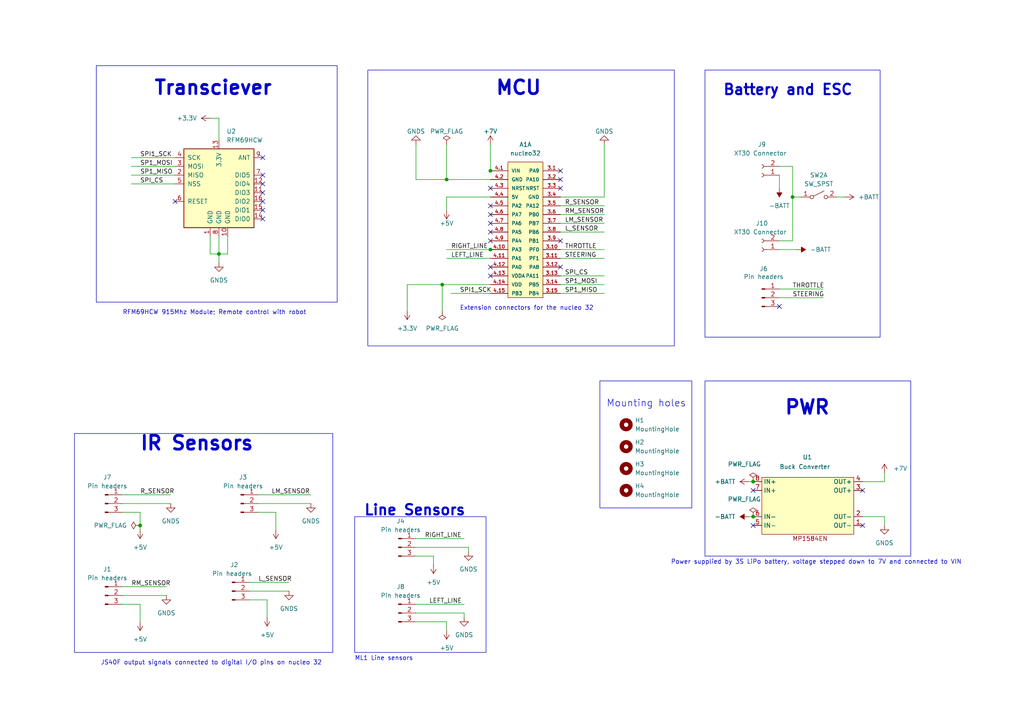
<source format=kicad_sch>
(kicad_sch (version 20231120) (generator "eeschema") (generator_version "8.0")
  (paper "A4")
  (title_block (title "Sumo Robot Controller ") (date "2024-06-06") (rev "2"))
  (lib_symbols
    (symbol "0_sumo_power:+5V" (power) (pin_names (offset 0))
      (property "Value" "+5V" (at 0 3.556 0))
      (symbol "+5V_0_1"
        (polyline (pts (xy -0.762 1.27) (xy 0 2.54)))
        (polyline (pts (xy 0 0) (xy 0 2.54)))
        (polyline (pts (xy 0 2.54) (xy 0.762 1.27)))
      )
      (symbol "+5V_1_1"
        (pin power_in line (at 0 0 90) (length 0) hide (name "+5V") (number "1"))
      )
    )
    (symbol "0_sumo_power:+7V" (power) (pin_names (offset 0))
      (property "Value" "+7V" (at 0 3.556 0))
      (symbol "+7V_0_1"
        (polyline (pts (xy -0.762 1.27) (xy 0 2.54)))
        (polyline (pts (xy 0 0) (xy 0 2.54)))
        (polyline (pts (xy 0 2.54) (xy 0.762 1.27)))
      )
      (symbol "+7V_1_1"
        (pin power_in line (at 0 0 90) (length 0) hide (name "+6V") (number "1"))
      )
    )
    (symbol "0_sumo_power:GNDS" (power) (pin_names (offset 0))
      (property "Value" "GNDS" (at 0 -3.81 0))
      (symbol "GNDS_0_1"
        (polyline (pts (xy 0 0) (xy 0 -1.27) (xy 1.27 -1.27) (xy 0 -2.54) (xy -1.27 -1.27) (xy 0 -1.27)))
      )
      (symbol "GNDS_1_1"
        (pin power_in line (at 0 0 270) (length 0) hide (name "GNDS") (number "1"))
      )
    )
    (symbol "0_sumo_power:PWR_FLAG" (power) (pin_numbers hide) (pin_names (offset 0) hide)
      (property "Value" "PWR_FLAG" (at 0 3.81 0))
      (symbol "PWR_FLAG_0_0"
        (pin power_out line (at 0 0 90) (length 0) (name "pwr") (number "1"))
      )
      (symbol "PWR_FLAG_0_1"
        (polyline (pts (xy 0 0) (xy 0 1.27) (xy -1.016 1.905) (xy 0 2.54) (xy 1.016 1.905) (xy 0 1.27)))
      )
    )
    (symbol "Connector:Conn_01x02_Socket" (pin_names (offset 1.016) hide)
      (property "Reference" "J" (at 0 2.54 0))
      (property "Value" "Conn_01x02_Socket" (at 0 -5.08 0))
      (symbol "Conn_01x02_Socket_1_1"
        (arc (start 0 -2.032) (mid -0.5058 -2.54) (end 0 -3.048) (stroke (width 0.1524)))
        (polyline (pts (xy -1.27 -2.54) (xy -0.508 -2.54)) (stroke (width 0.1524)))
        (polyline (pts (xy -1.27 0) (xy -0.508 0)) (stroke (width 0.1524)))
        (arc (start 0 0.508) (mid -0.5058 0) (end 0 -0.508) (stroke (width 0.1524)))
        (pin passive line (at -5.08 0 0) (length 3.81) (name "Pin_1") (number "1"))
        (pin passive line (at -5.08 -2.54 0) (length 3.81) (name "Pin_2") (number "2"))
      )
    )
    (symbol "Connector:Conn_01x03_Pin" (pin_names (offset 1.016) hide)
      (property "Reference" "J" (at 0 5.08 0))
      (property "Value" "Conn_01x03_Pin" (at 0 -5.08 0))
      (symbol "Conn_01x03_Pin_1_1"
        (polyline (pts (xy 1.27 -2.54) (xy 0.8636 -2.54)) (stroke (width 0.1524)))
        (polyline (pts (xy 1.27 0) (xy 0.8636 0)) (stroke (width 0.1524)))
        (polyline (pts (xy 1.27 2.54) (xy 0.8636 2.54)) (stroke (width 0.1524)))
        (rectangle (start 0.8636 -2.413) (end 0 -2.667) (stroke (width 0.1524)) (fill (type outline)))
        (rectangle (start 0.8636 0.127) (end 0 -0.127) (stroke (width 0.1524)) (fill (type outline)))
        (rectangle (start 0.8636 2.667) (end 0 2.413) (stroke (width 0.1524)) (fill (type outline)))
        (pin passive line (at 5.08 2.54 180) (length 3.81) (name "Pin_1") (number "1"))
        (pin passive line (at 5.08 0 180) (length 3.81) (name "Pin_2") (number "2"))
        (pin passive line (at 5.08 -2.54 180) (length 3.81) (name "Pin_3") (number "3"))
      )
    )
    (symbol "Mechanical:MountingHole" (pin_names (offset 1.016)) (exclude_from_sim yes) (in_bom no)
      (property "Reference" "H" (at 0 5.08 0))
      (property "Value" "MountingHole" (at 0 3.175 0))
      (symbol "MountingHole_0_1"
        (circle (center 0 0) (radius 1.27) (stroke (width 1.27)))
      )
    )
    (symbol "NUCLEO-F031K6:nucleo32" (pin_names (offset 1.016))
      (property "Reference" "A" (at -0.635 17.145 0))
      (property "Value" "nucleo32" (at -5.715 -22.86 0))
      (symbol "nucleo32_1_0"
        (rectangle (start -5.08 19.05) (end 5.08 -20.32) (stroke (width 0.1524)) (fill (type background)))
        (pin bidirectional line (at 10.16 16.51 180) (length 5.08) (name "PA9") (number "3.1"))
        (pin bidirectional line (at 10.16 -6.35 180) (length 5.08) (name "PF0") (number "3.10"))
        (pin bidirectional line (at 10.16 -8.89 180) (length 5.08) (name "PF1") (number "3.11"))
        (pin bidirectional line (at 10.16 -11.43 180) (length 5.08) (name "PA8") (number "3.12"))
        (pin bidirectional line (at 10.16 -13.97 180) (length 5.08) (name "PA11") (number "3.13"))
        (pin bidirectional line (at 10.16 -16.51 180) (length 5.08) (name "PB5") (number "3.14"))
        (pin bidirectional line (at 10.16 -19.05 180) (length 5.08) (name "PB4") (number "3.15"))
        (pin bidirectional line (at 10.16 13.97 180) (length 5.08) (name "PA10") (number "3.2"))
        (pin bidirectional line (at 10.16 11.43 180) (length 5.08) (name "NRST") (number "3.3"))
        (pin bidirectional line (at 10.16 8.89 180) (length 5.08) (name "GND") (number "3.4"))
        (pin bidirectional line (at 10.16 6.35 180) (length 5.08) (name "PA12") (number "3.5"))
        (pin bidirectional line (at 10.16 3.81 180) (length 5.08) (name "PB0") (number "3.6"))
        (pin bidirectional line (at 10.16 1.27 180) (length 5.08) (name "PB7") (number "3.7"))
        (pin bidirectional line (at 10.16 -1.27 180) (length 5.08) (name "PB6") (number "3.8"))
        (pin bidirectional line (at 10.16 -3.81 180) (length 5.08) (name "PB1") (number "3.9"))
      )
      (symbol "nucleo32_1_1"
        (pin input line (at -10.16 16.51 0) (length 5.08) (name "VIN") (number "4.1"))
        (pin bidirectional line (at -10.16 -6.35 0) (length 5.08) (name "PA3") (number "4.10"))
        (pin bidirectional line (at -10.16 -8.89 0) (length 5.08) (name "PA1") (number "4.11"))
        (pin bidirectional line (at -10.16 -11.43 0) (length 5.08) (name "PA0") (number "4.12"))
        (pin bidirectional line (at -10.16 -13.97 0) (length 5.08) (name "VDDA") (number "4.13"))
        (pin bidirectional line (at -10.16 -16.51 0) (length 5.08) (name "VDD") (number "4.14"))
        (pin bidirectional line (at -10.16 -19.05 0) (length 5.08) (name "PB3") (number "4.15"))
        (pin input line (at -10.16 13.97 0) (length 5.08) (name "GND") (number "4.2"))
        (pin bidirectional line (at -10.16 11.43 0) (length 5.08) (name "NRST") (number "4.3"))
        (pin bidirectional line (at -10.16 8.89 0) (length 5.08) (name "5V") (number "4.4"))
        (pin bidirectional line (at -10.16 6.35 0) (length 5.08) (name "PA2") (number "4.5"))
        (pin bidirectional line (at -10.16 3.81 0) (length 5.08) (name "PA7") (number "4.6"))
        (pin bidirectional line (at -10.16 1.27 0) (length 5.08) (name "PA6") (number "4.7"))
        (pin bidirectional line (at -10.16 -1.27 0) (length 5.08) (name "PA5") (number "4.8"))
        (pin bidirectional line (at -10.16 -3.81 0) (length 5.08) (name "PA4") (number "4.9"))
      )
      (symbol "nucleo32_2_0"
        (rectangle (start -5.08 -20.32) (end 5.08 20.32) (stroke (width 0.1524)) (fill (type background)))
        (pin bidirectional line (at 10.16 17.78 180) (length 5.08) (name "VIN") (number "4.1"))
        (pin bidirectional line (at 10.16 -5.08 180) (length 5.08) (name "PA3") (number "4.10"))
        (pin bidirectional line (at 10.16 -7.62 180) (length 5.08) (name "PA1") (number "4.11"))
        (pin bidirectional line (at 10.16 -10.16 180) (length 5.08) (name "PA0") (number "4.12"))
        (pin bidirectional line (at 10.16 -12.7 180) (length 5.08) (name "AREF") (number "4.13"))
        (pin bidirectional line (at 10.16 -15.24 180) (length 5.08) (name "+3V3") (number "4.14"))
        (pin bidirectional line (at 10.16 -17.78 180) (length 5.08) (name "PB3") (number "4.15"))
        (pin bidirectional line (at 10.16 15.24 180) (length 5.08) (name "GND") (number "4.2"))
        (pin bidirectional line (at 10.16 12.7 180) (length 5.08) (name "NRST") (number "4.3"))
        (pin bidirectional line (at 10.16 10.16 180) (length 5.08) (name "+5V") (number "4.4"))
        (pin bidirectional line (at 10.16 7.62 180) (length 5.08) (name "PA2") (number "4.5"))
        (pin bidirectional line (at 10.16 5.08 180) (length 5.08) (name "PA7") (number "4.6"))
        (pin bidirectional line (at 10.16 2.54 180) (length 5.08) (name "PA6") (number "4.7"))
        (pin bidirectional line (at 10.16 0 180) (length 5.08) (name "PA5") (number "4.8"))
        (pin bidirectional line (at 10.16 -2.54 180) (length 5.08) (name "PA4") (number "4.9"))
      )
    )
    (symbol "RF_Module:RFM69HCW" (pin_names (offset 1.016))
      (property "Reference" "U" (at -10.414 11.684 0))
      (property "Value" "RFM69HCW" (at 1.524 11.43 0))
      (symbol "RFM69HCW_0_1"
        (rectangle (start -10.16 10.16) (end 10.16 -12.7) (stroke (width 0.254)) (fill (type background)))
      )
      (symbol "RFM69HCW_1_1"
        (pin power_in line (at -2.54 -15.24 90) (length 2.54) (name "GND") (number "1"))
        (pin power_in line (at 2.54 -15.24 90) (length 2.54) (name "GND") (number "10"))
        (pin bidirectional line (at 12.7 -2.54 180) (length 2.54) (name "DIO3") (number "11"))
        (pin bidirectional line (at 12.7 0 180) (length 2.54) (name "DIO4") (number "12"))
        (pin power_in line (at 0 12.7 270) (length 2.54) (name "3.3V") (number "13"))
        (pin bidirectional line (at 12.7 -10.16 180) (length 2.54) (name "DIO0") (number "14"))
        (pin bidirectional line (at 12.7 -7.62 180) (length 2.54) (name "DIO1") (number "15"))
        (pin bidirectional line (at 12.7 -5.08 180) (length 2.54) (name "DIO2") (number "16"))
        (pin output line (at -12.7 2.54 0) (length 2.54) (name "MISO") (number "2"))
        (pin input line (at -12.7 5.08 0) (length 2.54) (name "MOSI") (number "3"))
        (pin input line (at -12.7 7.62 0) (length 2.54) (name "SCK") (number "4"))
        (pin input line (at -12.7 0 0) (length 2.54) (name "NSS") (number "5"))
        (pin bidirectional line (at -12.7 -5.08 0) (length 2.54) (name "RESET") (number "6"))
        (pin bidirectional line (at 12.7 2.54 180) (length 2.54) (name "DIO5") (number "7"))
        (pin power_in line (at 0 -15.24 90) (length 2.54) (name "GND") (number "8"))
        (pin bidirectional line (at 12.7 7.62 180) (length 2.54) (name "ANT") (number "9"))
      )
    )
    (symbol "Switch:SW_DPST_x2" (pin_names (offset 0) hide)
      (property "Reference" "SW" (at 0 3.175 0))
      (property "Value" "SW_DPST_x2" (at 0 -2.54 0))
      (symbol "SW_DPST_x2_0_0"
        (circle (center -2.032 0) (radius 0.508))
        (polyline (pts (xy -1.524 0.254) (xy 1.524 1.778)))
        (circle (center 2.032 0) (radius 0.508))
      )
      (symbol "SW_DPST_x2_1_1"
        (pin passive line (at -5.08 0 0) (length 2.54) (name "A") (number "1"))
        (pin passive line (at 5.08 0 180) (length 2.54) (name "B") (number "2"))
      )
      (symbol "SW_DPST_x2_2_1"
        (pin passive line (at -5.08 0 0) (length 2.54) (name "A") (number "3"))
        (pin passive line (at 5.08 0 180) (length 2.54) (name "B") (number "4"))
      )
    )
    (symbol "buck_converter:MP1584EN" (on_board no)
      (property "Reference" "U" (at 0 -1.27 0))
      (symbol "MP1584EN_1_1"
        (rectangle (start -13.97 16.51) (end 12.7 0) (fill (type background)))
        (text "MP1584EN" (at -1.27 17.78 0) (effects (font (size 1.27 1.27))))
        (pin input line (at -16.51 13.97 0) (length 2.54) (name "OUT-") (number "1"))
        (pin input line (at -16.51 11.43 0) (length 2.54) (name "OUT-") (number "2"))
        (pin power_out line (at -16.51 3.81 0) (length 2.54) (name "OUT+") (number "3"))
        (pin power_out line (at -16.51 1.27 0) (length 2.54) (name "OUT+") (number "4"))
        (pin power_in line (at 15.24 13.97 180) (length 2.54) (name "IN-") (number "5"))
        (pin power_in line (at 15.24 11.43 180) (length 2.54) (name "IN-") (number "6"))
        (pin power_in line (at 15.24 3.81 180) (length 2.54) (name "IN+") (number "7"))
        (pin power_in line (at 15.24 1.27 180) (length 2.54) (name "IN+") (number "8"))
      )
    )
    (symbol "power:+3.3V" (power) (pin_names (offset 0))
      (property "Value" "+3.3V" (at 0 3.556 0))
      (symbol "+3.3V_0_1"
        (polyline (pts (xy -0.762 1.27) (xy 0 2.54)))
        (polyline (pts (xy 0 0) (xy 0 2.54)))
        (polyline (pts (xy 0 2.54) (xy 0.762 1.27)))
      )
      (symbol "+3.3V_1_1"
        (pin power_in line (at 0 0 90) (length 0) hide (name "+3.3V") (number "1"))
      )
    )
    (symbol "power:+5V" (power) (pin_names (offset 0))
      (property "Value" "+5V" (at 0 3.556 0))
      (symbol "+5V_0_1"
        (polyline (pts (xy -0.762 1.27) (xy 0 2.54)))
        (polyline (pts (xy 0 0) (xy 0 2.54)))
        (polyline (pts (xy 0 2.54) (xy 0.762 1.27)))
      )
      (symbol "+5V_1_1"
        (pin power_in line (at 0 0 90) (length 0) hide (name "+5V") (number "1"))
      )
    )
    (symbol "power:+BATT" (power) (pin_names (offset 0))
      (property "Value" "+BATT" (at 0 3.556 0))
      (symbol "+BATT_0_1"
        (polyline (pts (xy -0.762 1.27) (xy 0 2.54)))
        (polyline (pts (xy 0 0) (xy 0 2.54)))
        (polyline (pts (xy 0 2.54) (xy 0.762 1.27)))
      )
      (symbol "+BATT_1_1"
        (pin power_in line (at 0 0 90) (length 0) hide (name "+BATT") (number "1"))
      )
    )
    (symbol "power:-BATT" (power) (pin_names (offset 0))
      (property "Value" "-BATT" (at 0 3.556 0))
      (symbol "-BATT_0_1"
        (polyline (pts (xy 0 0) (xy 0 2.54)))
        (polyline (pts (xy 0.762 1.27) (xy -0.762 1.27) (xy 0 2.54) (xy 0.762 1.27)) (fill (type outline)))
      )
      (symbol "-BATT_1_1"
        (pin power_in line (at 0 0 90) (length 0) hide (name "-BATT") (number "1"))
      )
    )
    (symbol "power:GNDS" (power) (pin_names (offset 0))
      (property "Value" "GNDS" (at 0 -3.81 0))
      (symbol "GNDS_0_1"
        (polyline (pts (xy 0 0) (xy 0 -1.27) (xy 1.27 -1.27) (xy 0 -2.54) (xy -1.27 -1.27) (xy 0 -1.27)))
      )
      (symbol "GNDS_1_1"
        (pin power_in line (at 0 0 270) (length 0) hide (name "GNDS") (number "1"))
      )
    )
    (symbol "power:PWR_FLAG" (power) (pin_numbers hide) (pin_names (offset 0) hide)
      (property "Value" "PWR_FLAG" (at 0 3.81 0))
      (symbol "PWR_FLAG_0_0"
        (pin power_out line (at 0 0 90) (length 0) (name "pwr") (number "1"))
      )
      (symbol "PWR_FLAG_0_1"
        (polyline (pts (xy 0 0) (xy 0 1.27) (xy -1.016 1.905) (xy 0 2.54) (xy 1.016 1.905) (xy 0 1.27)))
      )
    )
  )
  (junction (at 218.44 149.86))
  (junction (at 128.27 82.55))
  (junction (at 229.87 57.15))
  (junction (at 40.64 152.4))
  (junction (at 218.44 139.7))
  (junction (at 63.5 73.66))
  (junction (at 129.54 52.07))
  (junction (at 142.24 49.53))
  (junction (at 142.24 72.39))
  (no_connect (at 76.2 45.72))
  (no_connect (at 226.06 88.9))
  (no_connect (at 142.24 64.77))
  (no_connect (at 250.19 142.24))
  (no_connect (at 218.44 152.4))
  (no_connect (at 142.24 62.23))
  (no_connect (at 76.2 55.88))
  (no_connect (at 76.2 50.8))
  (no_connect (at 142.24 67.31))
  (no_connect (at 162.56 49.53))
  (no_connect (at 76.2 58.42))
  (no_connect (at 142.24 69.85))
  (no_connect (at 50.8 58.42))
  (no_connect (at 76.2 63.5))
  (no_connect (at 142.24 54.61))
  (no_connect (at 162.56 54.61))
  (no_connect (at 142.24 77.47))
  (no_connect (at 162.56 77.47))
  (no_connect (at 218.44 142.24))
  (no_connect (at 142.24 59.69))
  (no_connect (at 142.24 80.01))
  (no_connect (at 162.56 69.85))
  (no_connect (at 76.2 53.34))
  (no_connect (at 162.56 52.07))
  (no_connect (at 76.2 60.96))
  (no_connect (at 250.19 152.4))
  (wire (pts (xy 63.5 76.2) (xy 63.5 73.66)))
  (wire (pts (xy 129.54 57.15) (xy 142.24 57.15)))
  (wire (pts (xy 129.54 180.34) (xy 129.54 182.88)))
  (wire (pts (xy 217.17 149.86) (xy 218.44 149.86)))
  (wire (pts (xy 217.17 139.7) (xy 218.44 139.7)))
  (wire (pts (xy 162.56 62.23) (xy 175.26 62.23)))
  (wire (pts (xy 242.57 57.15) (xy 245.11 57.15)))
  (wire (pts (xy 35.56 143.51) (xy 49.53 143.51)))
  (wire (pts (xy 162.56 85.09) (xy 175.26 85.09)))
  (wire (pts (xy 229.87 48.26) (xy 229.87 57.15)))
  (wire (pts (xy 146.05 72.39) (xy 142.24 72.39)))
  (wire (pts (xy 175.26 41.91) (xy 175.26 57.15)))
  (wire (pts (xy 162.56 64.77) (xy 175.26 64.77)))
  (wire (pts (xy 162.56 74.93) (xy 175.26 74.93)))
  (wire (pts (xy 118.11 82.55) (xy 128.27 82.55)))
  (wire (pts (xy 120.65 161.29) (xy 125.73 161.29)))
  (wire (pts (xy 229.87 57.15) (xy 232.41 57.15)))
  (wire (pts (xy 118.11 82.55) (xy 118.11 90.17)))
  (wire (pts (xy 120.65 180.34) (xy 129.54 180.34)))
  (wire (pts (xy 144.78 49.53) (xy 142.24 49.53)))
  (wire (pts (xy 120.65 177.8) (xy 134.62 177.8)))
  (wire (pts (xy 35.56 170.18) (xy 48.26 170.18)))
  (wire (pts (xy 162.56 59.69) (xy 175.26 59.69)))
  (wire (pts (xy 120.65 41.91) (xy 120.65 52.07)))
  (wire (pts (xy 120.65 158.75) (xy 135.89 158.75)))
  (wire (pts (xy 72.39 171.45) (xy 83.82 171.45)))
  (wire (pts (xy 250.19 139.7) (xy 256.54 139.7)))
  (wire (pts (xy 250.19 149.86) (xy 256.54 149.86)))
  (wire (pts (xy 38.1 50.8) (xy 50.8 50.8)))
  (wire (pts (xy 40.64 152.4) (xy 40.64 153.67)))
  (wire (pts (xy 162.56 57.15) (xy 175.26 57.15)))
  (wire (pts (xy 60.96 73.66) (xy 63.5 73.66)))
  (wire (pts (xy 74.93 148.59) (xy 80.01 148.59)))
  (wire (pts (xy 38.1 48.26) (xy 50.8 48.26)))
  (wire (pts (xy 231.14 72.39) (xy 226.06 72.39)))
  (wire (pts (xy 229.87 69.85) (xy 229.87 57.15)))
  (wire (pts (xy 38.1 53.34) (xy 50.8 53.34)))
  (wire (pts (xy 125.73 161.29) (xy 125.73 163.83)))
  (wire (pts (xy 120.65 175.26) (xy 134.62 175.26)))
  (wire (pts (xy 35.56 172.72) (xy 48.26 172.72)))
  (wire (pts (xy 129.54 52.07) (xy 142.24 52.07)))
  (wire (pts (xy 130.81 85.09) (xy 142.24 85.09)))
  (wire (pts (xy 226.06 86.36) (xy 238.76 86.36)))
  (wire (pts (xy 129.54 74.93) (xy 142.24 74.93)))
  (wire (pts (xy 74.93 146.05) (xy 90.17 146.05)))
  (wire (pts (xy 63.5 68.58) (xy 63.5 73.66)))
  (wire (pts (xy 63.5 40.64) (xy 63.5 34.29)))
  (wire (pts (xy 80.01 148.59) (xy 80.01 153.67)))
  (wire (pts (xy 142.24 49.53) (xy 142.24 41.91)))
  (wire (pts (xy 134.62 179.07) (xy 134.62 177.8)))
  (wire (pts (xy 120.65 52.07) (xy 129.54 52.07)))
  (wire (pts (xy 35.56 148.59) (xy 40.64 148.59)))
  (wire (pts (xy 162.56 72.39) (xy 175.26 72.39)))
  (wire (pts (xy 60.96 34.29) (xy 63.5 34.29)))
  (wire (pts (xy 35.56 146.05) (xy 49.53 146.05)))
  (wire (pts (xy 129.54 72.39) (xy 142.24 72.39)))
  (wire (pts (xy 162.56 67.31) (xy 175.26 67.31)))
  (wire (pts (xy 226.06 69.85) (xy 229.87 69.85)))
  (wire (pts (xy 162.56 82.55) (xy 175.26 82.55)))
  (wire (pts (xy 66.04 73.66) (xy 63.5 73.66)))
  (wire (pts (xy 135.89 158.75) (xy 135.89 160.02)))
  (wire (pts (xy 129.54 41.91) (xy 129.54 52.07)))
  (wire (pts (xy 40.64 148.59) (xy 40.64 152.4)))
  (wire (pts (xy 120.65 156.21) (xy 134.62 156.21)))
  (wire (pts (xy 40.64 175.26) (xy 40.64 180.34)))
  (wire (pts (xy 72.39 173.99) (xy 77.47 173.99)))
  (wire (pts (xy 226.06 83.82) (xy 238.76 83.82)))
  (wire (pts (xy 229.87 48.26) (xy 226.06 48.26)))
  (wire (pts (xy 72.39 168.91) (xy 83.82 168.91)))
  (wire (pts (xy 77.47 173.99) (xy 77.47 179.07)))
  (wire (pts (xy 129.54 57.15) (xy 129.54 60.96)))
  (wire (pts (xy 35.56 175.26) (xy 40.64 175.26)))
  (wire (pts (xy 256.54 152.4) (xy 256.54 149.86)))
  (wire (pts (xy 60.96 68.58) (xy 60.96 73.66)))
  (wire (pts (xy 128.27 82.55) (xy 128.27 90.17)))
  (wire (pts (xy 38.1 45.72) (xy 50.8 45.72)))
  (wire (pts (xy 128.27 82.55) (xy 142.24 82.55)))
  (wire (pts (xy 256.54 137.16) (xy 256.54 139.7)))
  (wire (pts (xy 162.56 80.01) (xy 175.26 80.01)))
  (wire (pts (xy 74.93 143.51) (xy 90.17 143.51)))
  (wire (pts (xy 226.06 50.8) (xy 226.06 54.61)))
  (wire (pts (xy 66.04 68.58) (xy 66.04 73.66)))
  (rectangle (start 106.68 20.32) (end 195.58 100.33))
  (rectangle (start 173.99 110.49) (end 200.66 147.32))
  (rectangle (start 204.47 20.32) (end 255.27 97.79))
  (rectangle (start 204.47 110.49) (end 264.16 161.29))
  (rectangle (start 21.59 125.73) (end 96.52 189.23))
  (rectangle (start 102.87 149.86) (end 140.97 189.23))
  (rectangle (start 27.94 19.05) (end 97.79 87.63))
  (text "RFM69HCW 915Mhz Module; Remote control with robot" (at 35.56 91.44 0) (effects (font (size 1.27 1.27)) (justify left bottom)))
  (text "JS40F output signals connected to digital I/O pins on nucleo 32\n" (at 29.21 193.04 0) (effects (font (size 1.27 1.27)) (justify left bottom)))
  (text "Extension connectors for the nucleo 32" (at 133.35 90.17 0) (effects (font (size 1.27 1.27)) (justify left bottom)))
  (text "MCU" (at 143.51 27.94 0) (effects (font (size 4 4) (thickness 0.8) (bold yes)) (justify left bottom)))
  (text "ML1 Line sensors " (at 102.87 191.77 0) (effects (font (size 1.27 1.27)) (justify left bottom)))
  (text "Line Sensors\n" (at 105.41 149.86 0) (effects (font (size 3 3) (bold yes)) (justify left bottom)))
  (text "Battery and ESC" (at 209.55 27.94 0) (effects (font (size 3 3) (thickness 0.6) (bold yes)) (justify left bottom)))
  (text "Power supplied by 3S LiPo battery, voltage stepped down to 7V and connected to VIN " (at 194.564 163.83 0) (effects (font (size 1.27 1.27)) (justify left bottom)))
  (text "Transciever" (at 44.45 27.94 0) (effects (font (size 4 4) (thickness 0.8) (bold yes)) (justify left bottom)))
  (text "IR Sensors" (at 40.386 131.064 0) (effects (font (size 4 4) (bold yes)) (justify left bottom)))
  (text "Mounting holes\n" (at 187.452 117.094 0) (effects (font (size 2 2))))
  (text "PWR \n" (at 227.33 120.65 0) (effects (font (size 4 4) (thickness 0.8) (bold yes)) (justify left bottom)))
  (label "R_SENSOR" (at 163.83 59.69 0))
  (label "THROTTLE" (at 163.83 72.39 0))
  (label "LEFT_LINE" (at 124.46 175.26 0))
  (label "RM_SENSOR" (at 163.83 62.23 0))
  (label "LEFT_LINE" (at 130.81 74.93 0))
  (label "L_SENSOR" (at 163.83 67.31 0))
  (label "SP1_MISO" (at 40.64 50.8 0))
  (label "SPI_CS " (at 163.83 80.01 0))
  (label "SPI1_SCK" (at 133.35 85.09 0))
  (label "L_SENSOR" (at 74.93 168.91 0))
  (label "RIGHT_LINE" (at 130.81 72.39 0))
  (label "SP1_MOSI" (at 163.83 82.55 0))
  (label "SP1_MOSI" (at 40.64 48.26 0))
  (label "STEERING" (at 163.83 74.93 0))
  (label "RM_SENSOR" (at 38.1 170.18 0))
  (label "LM_SENSOR" (at 78.74 143.51 0))
  (label "SP1_MISO" (at 163.83 85.09 0))
  (label "SPI1_SCK" (at 40.64 45.72 0))
  (label "R_SENSOR" (at 40.64 143.51 0))
  (label "STEERING" (at 229.87 86.36 0))
  (label "SPI_CS " (at 40.64 53.34 0))
  (label "RIGHT_LINE" (at 123.19 156.21 0))
  (label "THROTTLE" (at 229.87 83.82 0))
  (label "LM_SENSOR" (at 163.83 64.77 0))
  (symbol (lib_id "0_sumo_power:+5V") (at 129.54 60.96 180) (unit 1)
    (property "Reference" "#PWR08" (effects (hide yes)))
    (property "Value" "+5V" (at 129.54 64.77 0))
  )
  (symbol (lib_id "power:PWR_FLAG") (at 40.64 152.4 90) (unit 1)
    (property "Reference" "#FLG04" (effects (hide yes)))
    (property "Value" "PWR_FLAG" (at 36.83 152.4 90) (effects (justify left)))
  )
  (symbol (lib_id "0_sumo_power:PWR_FLAG") (at 128.27 90.17 180) (unit 1)
    (property "Reference" "#FLG05" (effects (hide yes)))
    (property "Value" "PWR_FLAG" (at 128.27 95.25 0))
  )
  (symbol (lib_id "Connector:Conn_01x03_Pin") (at 69.85 146.05 0) (unit 1)
    (property "Reference" "J3" (at 70.485 138.43 0))
    (property "Value" "Pin headers" (at 70.485 140.97 0))
    (property "Footprint" "Connector_PinHeader_2.54mm:PinHeader_1x03_P2.54mm_Vertical" (effects (hide yes)))
  )
  (symbol (lib_id "0_sumo_power:GNDS") (at 49.53 146.05 0) (unit 1)
    (property "Reference" "#PWR016" (effects (hide yes)))
    (property "Value" "GNDS" (at 49.53 151.13 0))
  )
  (symbol (lib_id "Mechanical:MountingHole") (at 181.61 135.89 0) (unit 1) (exclude_from_sim yes) (in_bom no)
    (property "Reference" "H3" (at 184.15 134.6199 0) (effects (justify left)))
    (property "Value" "MountingHole" (at 184.15 137.1599 0) (effects (justify left)))
    (property "Footprint" "MountingHole:MountingHole_2.2mm_M2" (effects (hide yes)))
    (property "Description" "Mounting Hole without connection" (effects (hide yes)))
  )
  (symbol (lib_id "0_sumo_power:GNDS") (at 48.26 172.72 0) (unit 1)
    (property "Reference" "#PWR018" (effects (hide yes)))
    (property "Value" "GNDS" (at 48.26 177.8 0))
  )
  (symbol (lib_id "Mechanical:MountingHole") (at 181.61 129.54 0) (unit 1) (exclude_from_sim yes) (in_bom no)
    (property "Reference" "H2" (at 184.15 128.2699 0) (effects (justify left)))
    (property "Value" "MountingHole" (at 184.15 130.8099 0) (effects (justify left)))
    (property "Footprint" "MountingHole:MountingHole_2.2mm_M2" (effects (hide yes)))
    (property "Description" "Mounting Hole without connection" (effects (hide yes)))
  )
  (symbol (lib_id "0_sumo_power:GNDS") (at 83.82 171.45 0) (unit 1)
    (property "Reference" "#PWR020" (effects (hide yes)))
    (property "Value" "GNDS" (at 83.82 176.53 0))
  )
  (symbol (lib_id "Connector:Conn_01x02_Socket") (at 220.98 50.8 180) (unit 1)
    (property "Reference" "J9" (at 220.98 41.91 0))
    (property "Value" "XT30 Connector " (at 220.98 44.45 0))
    (property "Footprint" "Connector_AMASS:AMASS_XT30PW-M_1x02_P2.50mm_Horizontal" (effects (hide yes)))
  )
  (symbol (lib_id "power:+5V") (at 125.73 163.83 180) (unit 1)
    (property "Reference" "#PWR07" (effects (hide yes)))
    (property "Value" "+5V" (at 125.73 168.91 0))
  )
  (symbol (lib_id "Mechanical:MountingHole") (at 181.61 142.24 0) (unit 1) (exclude_from_sim yes) (in_bom no)
    (property "Reference" "H4" (at 184.15 140.9699 0) (effects (justify left)))
    (property "Value" "MountingHole" (at 184.15 143.5099 0) (effects (justify left)))
    (property "Footprint" "MountingHole:MountingHole_2.2mm_M2" (effects (hide yes)))
    (property "Description" "Mounting Hole without connection" (effects (hide yes)))
  )
  (symbol (lib_id "power:+3.3V") (at 60.96 34.29 90) (unit 1)
    (property "Reference" "#PWR09" (effects (hide yes)))
    (property "Value" "+3.3V" (at 57.15 34.29 90) (effects (justify left)))
  )
  (symbol (lib_id "power:PWR_FLAG") (at 218.44 139.7 0) (unit 1)
    (property "Reference" "#FLG01" (effects (hide yes)))
    (property "Value" "PWR_FLAG" (at 215.9 134.62 0))
  )
  (symbol (lib_id "0_sumo_power:+7V") (at 142.24 41.91 0) (unit 1)
    (property "Reference" "#PWR012" (effects (hide yes)))
    (property "Value" "+7V" (at 142.24 38.1 0))
  )
  (symbol (lib_id "0_sumo_power:GNDS") (at 135.89 160.02 0) (unit 1)
    (property "Reference" "#PWR06" (effects (hide yes)))
    (property "Value" "GNDS" (at 135.89 165.1 0))
  )
  (symbol (lib_id "Connector:Conn_01x03_Pin") (at 220.98 86.36 0) (unit 1)
    (property "Reference" "J6" (at 221.488 77.978 0))
    (property "Value" "Pin headers" (at 221.488 80.264 0))
    (property "Footprint" "Connector_PinHeader_2.54mm:PinHeader_1x03_P2.54mm_Vertical" (effects (hide yes)))
  )
  (symbol (lib_id "power:PWR_FLAG") (at 218.44 149.86 0) (unit 1)
    (property "Reference" "#FLG02" (effects (hide yes)))
    (property "Value" "PWR_FLAG" (at 215.9 144.78 0))
  )
  (symbol (lib_id "power:+5V") (at 80.01 153.67 180) (unit 1)
    (property "Reference" "#PWR021" (effects (hide yes)))
    (property "Value" "+5V" (at 80.01 158.75 0))
  )
  (symbol (lib_id "RF_Module:RFM69HCW") (at 63.5 53.34 0) (unit 1)
    (property "Reference" "U2" (at 65.6941 38.1 0) (effects (justify left)))
    (property "Value" "RFM69HCW" (at 65.6941 40.64 0) (effects (justify left)))
    (property "Footprint" "RF_Module:HOPERF_RFM69HW" (effects (hide yes)))
    (property "Datasheet" "https://www.hoperf.com/data/upload/portal/20181127/5bfcb8284d838.pdf" (effects (hide yes)))
  )
  (symbol (lib_id "power:-BATT") (at 231.14 72.39 270) (unit 1)
    (property "Reference" "#PWR027" (effects (hide yes)))
    (property "Value" "-BATT" (at 234.95 72.3899 90) (effects (justify left)))
  )
  (symbol (lib_id "NUCLEO-F031K6:nucleo32") (at 152.4 66.04 0) (unit 1)
    (property "Reference" "A1" (at 152.4 41.91 0))
    (property "Value" "nucleo32" (at 152.4 44.45 0))
    (property "Footprint" "NUCLEO-F031K6:nucleo32" (effects (hide yes)))
    (property "MANUFACTURER" "ST Microelectronics" (effects (hide yes)))
    (property "PARTREV" "3" (effects (hide yes)))
  )
  (symbol (lib_id "power:+BATT") (at 217.17 139.7 90) (unit 1)
    (property "Reference" "#PWR01" (effects (hide yes)))
    (property "Value" "+BATT" (at 213.36 139.7 90) (effects (justify left)))
  )
  (symbol (lib_id "power:+5V") (at 77.47 179.07 180) (unit 1)
    (property "Reference" "#PWR019" (effects (hide yes)))
    (property "Value" "+5V" (at 77.47 184.15 0))
  )
  (symbol (lib_id "Connector:Conn_01x02_Socket") (at 220.98 72.39 180) (unit 1)
    (property "Reference" "J10" (at 220.98 64.77 0))
    (property "Value" "XT30 Connector " (at 220.98 67.31 0))
    (property "Footprint" "Connector_AMASS:AMASS_XT30PW-M_1x02_P2.50mm_Horizontal" (effects (hide yes)))
  )
  (symbol (lib_id "Connector:Conn_01x03_Pin") (at 67.31 171.45 0) (unit 1)
    (property "Reference" "J2" (at 67.945 163.83 0))
    (property "Value" "Pin headers" (at 67.31 166.37 0))
    (property "Footprint" "Connector_PinHeader_2.54mm:PinHeader_1x03_P2.54mm_Vertical" (effects (hide yes)))
  )
  (symbol (lib_id "buck_converter:MP1584EN") (at 233.68 138.43 180) (unit 1)
    (property "Reference" "U1" (at 234.188 132.588 0))
    (property "Value" "Buck Converter" (at 233.426 135.382 0))
    (property "Footprint" "Buck Converter:Buck Converter" (effects (hide yes)))
  )
  (symbol (lib_id "Connector:Conn_01x03_Pin") (at 30.48 172.72 0) (unit 1)
    (property "Reference" "J1" (at 31.115 165.1 0))
    (property "Value" "Pin headers" (at 31.115 167.64 0))
    (property "Footprint" "Connector_PinHeader_2.54mm:PinHeader_1x03_P2.54mm_Vertical" (effects (hide yes)))
  )
  (symbol (lib_id "0_sumo_power:GNDS") (at 134.62 179.07 0) (unit 1)
    (property "Reference" "#PWR05" (effects (hide yes)))
    (property "Value" "GNDS" (at 134.62 184.15 0))
  )
  (symbol (lib_id "power:+5V") (at 40.64 153.67 180) (unit 1)
    (property "Reference" "#PWR015" (effects (hide yes)))
    (property "Value" "+5V" (at 40.64 158.75 0))
  )
  (symbol (lib_id "power:-BATT") (at 217.17 149.86 90) (unit 1)
    (property "Reference" "#PWR03" (effects (hide yes)))
    (property "Value" "-BATT" (at 213.36 149.86 90) (effects (justify left)))
  )
  (symbol (lib_id "power:GNDS") (at 63.5 76.2 0) (unit 1)
    (property "Reference" "#PWR010" (effects (hide yes)))
    (property "Value" "GNDS" (at 63.5 81.28 0))
  )
  (symbol (lib_id "Switch:SW_DPST_x2") (at 237.49 57.15 0) (unit 1)
    (property "Reference" "SW2" (at 237.49 50.8 0))
    (property "Value" "SW_SPST" (at 237.49 53.34 0))
    (property "Footprint" "Button_Switch_THT:SW_E-Switch_EG1271_SPDT" (effects (hide yes)))
    (property "Description" "Single Pole Single Throw (SPST) switch, separate symbol" (effects (hide yes)))
  )
  (symbol (lib_id "power:+5V") (at 40.64 180.34 180) (unit 1)
    (property "Reference" "#PWR017" (effects (hide yes)))
    (property "Value" "+5V" (at 40.64 185.42 0))
  )
  (symbol (lib_id "Mechanical:MountingHole") (at 181.61 123.19 0) (unit 1) (exclude_from_sim yes) (in_bom no)
    (property "Reference" "H1" (at 184.15 121.9199 0) (effects (justify left)))
    (property "Value" "MountingHole" (at 184.15 124.4599 0) (effects (justify left)))
    (property "Footprint" "MountingHole:MountingHole_2.2mm_M2" (effects (hide yes)))
    (property "Description" "Mounting Hole without connection" (effects (hide yes)))
  )
  (symbol (lib_id "0_sumo_power:+7V") (at 256.54 137.16 0) (unit 1)
    (property "Reference" "#PWR011" (effects (hide yes)))
    (property "Value" "+7V" (at 259.08 135.8899 0) (effects (justify left)))
  )
  (symbol (lib_id "0_sumo_power:GNDS") (at 175.26 41.91 180) (unit 1)
    (property "Reference" "#PWR023" (effects (hide yes)))
    (property "Value" "GNDS" (at 175.26 38.1 0))
  )
  (symbol (lib_id "power:+5V") (at 129.54 182.88 180) (unit 1)
    (property "Reference" "#PWR04" (effects (hide yes)))
    (property "Value" "+5V" (at 129.54 187.96 0))
  )
  (symbol (lib_id "Connector:Conn_01x03_Pin") (at 115.57 177.8 0) (unit 1)
    (property "Reference" "J8" (at 116.205 170.18 0))
    (property "Value" "Pin headers" (at 116.205 172.72 0))
    (property "Footprint" "Connector_PinHeader_2.54mm:PinHeader_1x03_P2.54mm_Vertical" (effects (hide yes)))
  )
  (symbol (lib_id "0_sumo_power:GNDS") (at 120.65 41.91 180) (unit 1)
    (property "Reference" "#PWR013" (effects (hide yes)))
    (property "Value" "GNDS" (at 120.65 38.1 0))
  )
  (symbol (lib_id "power:-BATT") (at 226.06 54.61 180) (unit 1)
    (property "Reference" "#PWR024" (effects (hide yes)))
    (property "Value" "-BATT" (at 226.06 59.69 0))
  )
  (symbol (lib_id "0_sumo_power:GNDS") (at 256.54 152.4 0) (unit 1)
    (property "Reference" "#PWR02" (effects (hide yes)))
    (property "Value" "GNDS" (at 256.54 157.48 0))
  )
  (symbol (lib_id "power:+3.3V") (at 118.11 90.17 180) (unit 1)
    (property "Reference" "#PWR014" (effects (hide yes)))
    (property "Value" "+3.3V" (at 118.11 95.25 0))
  )
  (symbol (lib_id "Connector:Conn_01x03_Pin") (at 115.57 158.75 0) (unit 1)
    (property "Reference" "J4" (at 116.205 151.13 0))
    (property "Value" "Pin headers" (at 116.205 153.67 0))
    (property "Footprint" "Connector_PinHeader_2.54mm:PinHeader_1x03_P2.54mm_Vertical" (effects (hide yes)))
  )
  (symbol (lib_id "power:+BATT") (at 245.11 57.15 270) (unit 1)
    (property "Reference" "#PWR026" (effects (hide yes)))
    (property "Value" "+BATT" (at 248.92 57.1499 90) (effects (justify left)))
  )
  (symbol (lib_id "power:PWR_FLAG") (at 129.54 41.91 0) (unit 1)
    (property "Reference" "#FLG03" (effects (hide yes)))
    (property "Value" "PWR_FLAG" (at 129.54 38.1 0))
  )
  (symbol (lib_id "0_sumo_power:GNDS") (at 90.17 146.05 0) (unit 1)
    (property "Reference" "#PWR022" (effects (hide yes)))
    (property "Value" "GNDS" (at 90.17 151.13 0))
  )
  (symbol (lib_id "Connector:Conn_01x03_Pin") (at 30.48 146.05 0) (unit 1)
    (property "Reference" "J7" (at 31.115 138.43 0))
    (property "Value" "Pin headers" (at 31.115 140.97 0))
    (property "Footprint" "Connector_PinHeader_2.54mm:PinHeader_1x03_P2.54mm_Vertical" (effects (hide yes)))
  )
)
</source>
